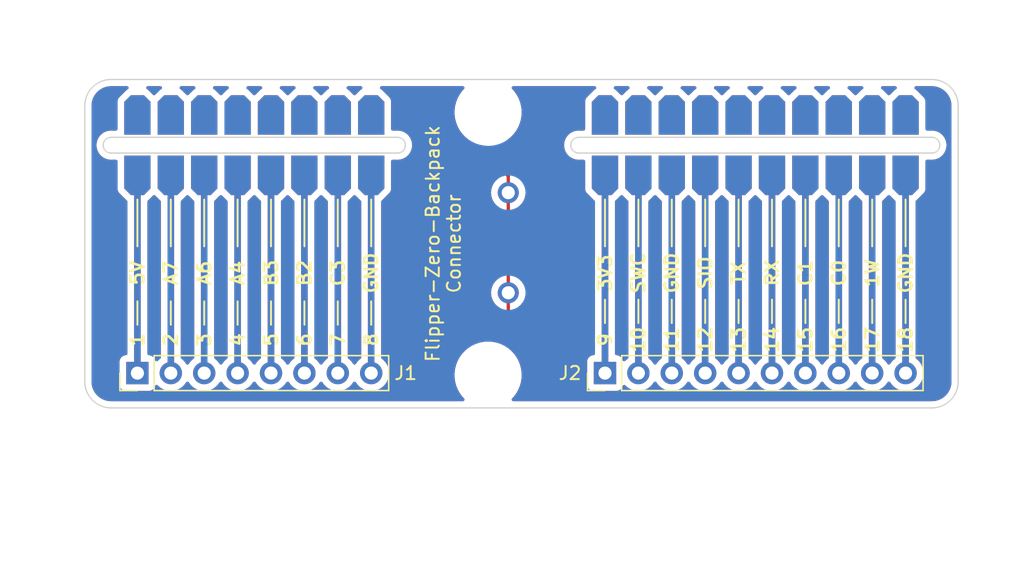
<source format=kicad_pcb>
(kicad_pcb (version 20211014) (generator pcbnew)
  (layers (0 "F.Cu" signal) (31 "B.Cu" signal) (34 "B.Paste" user) (35 "F.Paste" user) (36 "B.SilkS" user "B.Silkscreen") (37 "F.SilkS" user "F.Silkscreen") (38 "B.Mask" user) (39 "F.Mask" user) (44 "Edge.Cuts" user))
  (net 0 "")
  (net 1 "Net-(J1-Pad1)")
  (net 2 "Net-(J1-Pad2)")
  (net 3 "Net-(J1-Pad3)")
  (net 4 "Net-(J1-Pad4)")
  (net 5 "Net-(J1-Pad5)")
  (net 6 "Net-(J1-Pad6)")
  (net 7 "Net-(J1-Pad7)")
  (net 8 "Net-(J1-Pad8)")
  (net 9 "Net-(J2-Pad1)")
  (net 10 "Net-(J2-Pad2)")
  (net 11 "Net-(J2-Pad3)")
  (net 12 "Net-(J2-Pad4)")
  (net 13 "Net-(J2-Pad5)")
  (net 14 "Net-(J2-Pad6)")
  (net 15 "Net-(J2-Pad7)")
  (net 16 "Net-(J2-Pad8)")
  (net 17 "Net-(J2-Pad9)")
  (net 18 "Net-(J2-Pad10)")
  (footprint "MeineBib:Board-Board-1mmSlot-2,54mm" (layer "F.Cu") (at 108.585 88.187)
    (fp_text reference "J5" hide)
    (fp_text value "Conn_01x01" hide)
    (pad "1" smd roundrect (at 0 2.3) (size 2 3) (layers "B.Cu" "B.Paste" "B.Mask") (roundrect_rratio 0) (chamfer_ratio 0.25) (chamfer bottom_left bottom_right) (net 3 "Net-(J1-Pad3)"))
    (pad "1" smd roundrect (at 0 2.3) (size 2 3) (layers "F.Cu" "F.Paste" "F.Mask") (roundrect_rratio 0) (chamfer_ratio 0.25) (chamfer bottom_left bottom_right) (net 3 "Net-(J1-Pad3)"))
    (pad "NC" smd roundrect (at 0 -2.3) (size 2 3) (layers "F.Cu" "F.Paste" "F.Mask") (roundrect_rratio 0) (chamfer_ratio 0.25) (chamfer top_left top_right))
    (pad "NC" smd roundrect (at 0 -2.3) (size 2 3) (layers "B.Cu" "B.Paste" "B.Mask") (roundrect_rratio 0) (chamfer_ratio 0.25) (chamfer top_left top_right))
  )
  (footprint "MeineBib:Board-Board-1mmSlot-2,54mm" (layer "F.Cu") (at 121.285 88.187)
    (fp_text reference "J10" hide)
    (fp_text value "Conn_01x01" hide)
    (pad "1" smd roundrect (at 0 2.3) (size 2 3) (layers "F.Cu" "F.Paste" "F.Mask") (roundrect_rratio 0) (chamfer_ratio 0.25) (chamfer bottom_left bottom_right) (net 8 "Net-(J1-Pad8)"))
    (pad "1" smd roundrect (at 0 2.3) (size 2 3) (layers "B.Cu" "B.Paste" "B.Mask") (roundrect_rratio 0) (chamfer_ratio 0.25) (chamfer bottom_left bottom_right) (net 8 "Net-(J1-Pad8)"))
    (pad "NC" smd roundrect (at 0 -2.3) (size 2 3) (layers "B.Cu" "B.Paste" "B.Mask") (roundrect_rratio 0) (chamfer_ratio 0.25) (chamfer top_left top_right))
    (pad "NC" smd roundrect (at 0 -2.3) (size 2 3) (layers "F.Cu" "F.Paste" "F.Mask") (roundrect_rratio 0) (chamfer_ratio 0.25) (chamfer top_left top_right))
  )
  (footprint "MeineBib:Board-Board-1mmSlot-2,54mm" (layer "F.Cu") (at 144.145 88.187)
    (fp_text reference "J13" hide)
    (fp_text value "Conn_01x01" hide)
    (pad "1" smd roundrect (at 0 2.3) (size 2 3) (layers "B.Cu" "B.Paste" "B.Mask") (roundrect_rratio 0) (chamfer_ratio 0.25) (chamfer bottom_left bottom_right) (net 11 "Net-(J2-Pad3)"))
    (pad "1" smd roundrect (at 0 2.3) (size 2 3) (layers "F.Cu" "F.Paste" "F.Mask") (roundrect_rratio 0) (chamfer_ratio 0.25) (chamfer bottom_left bottom_right) (net 11 "Net-(J2-Pad3)"))
    (pad "NC" smd roundrect (at 0 -2.3) (size 2 3) (layers "B.Cu" "B.Paste" "B.Mask") (roundrect_rratio 0) (chamfer_ratio 0.25) (chamfer top_left top_right))
    (pad "NC" smd roundrect (at 0 -2.3) (size 2 3) (layers "F.Cu" "F.Paste" "F.Mask") (roundrect_rratio 0) (chamfer_ratio 0.25) (chamfer top_left top_right))
  )
  (footprint "MeineBib:Board-Board-1mmSlot-2,54mm" (layer "F.Cu") (at 111.125 88.187)
    (fp_text reference "J6" hide)
    (fp_text value "Conn_01x01" hide)
    (pad "1" smd roundrect (at 0 2.3) (size 2 3) (layers "F.Cu" "F.Paste" "F.Mask") (roundrect_rratio 0) (chamfer_ratio 0.25) (chamfer bottom_left bottom_right) (net 4 "Net-(J1-Pad4)"))
    (pad "1" smd roundrect (at 0 2.3) (size 2 3) (layers "B.Cu" "B.Paste" "B.Mask") (roundrect_rratio 0) (chamfer_ratio 0.25) (chamfer bottom_left bottom_right) (net 4 "Net-(J1-Pad4)"))
    (pad "NC" smd roundrect (at 0 -2.3) (size 2 3) (layers "B.Cu" "B.Paste" "B.Mask") (roundrect_rratio 0) (chamfer_ratio 0.25) (chamfer top_left top_right))
    (pad "NC" smd roundrect (at 0 -2.3) (size 2 3) (layers "F.Cu" "F.Paste" "F.Mask") (roundrect_rratio 0) (chamfer_ratio 0.25) (chamfer top_left top_right))
  )
  (footprint "MeineBib:Board-Board-1mmSlot-2,54mm" (layer "F.Cu") (at 149.225 88.187)
    (fp_text reference "J15" hide)
    (fp_text value "Conn_01x01" hide)
    (pad "1" smd roundrect (at 0 2.3) (size 2 3) (layers "B.Cu" "B.Paste" "B.Mask") (roundrect_rratio 0) (chamfer_ratio 0.25) (chamfer bottom_left bottom_right) (net 13 "Net-(J2-Pad5)"))
    (pad "1" smd roundrect (at 0 2.3) (size 2 3) (layers "F.Cu" "F.Paste" "F.Mask") (roundrect_rratio 0) (chamfer_ratio 0.25) (chamfer bottom_left bottom_right) (net 13 "Net-(J2-Pad5)"))
    (pad "NC" smd roundrect (at 0 -2.3) (size 2 3) (layers "F.Cu" "F.Paste" "F.Mask") (roundrect_rratio 0) (chamfer_ratio 0.25) (chamfer top_left top_right))
    (pad "NC" smd roundrect (at 0 -2.3) (size 2 3) (layers "B.Cu" "B.Paste" "B.Mask") (roundrect_rratio 0) (chamfer_ratio 0.25) (chamfer top_left top_right))
  )
  (footprint "MeineBib:Board-Board-1mmSlot-2,54mm" (layer "F.Cu") (at 106.045 88.187)
    (fp_text reference "J4" hide)
    (fp_text value "Conn_01x01" hide)
    (pad "1" smd roundrect (at 0 2.3) (size 2 3) (layers "B.Cu" "B.Paste" "B.Mask") (roundrect_rratio 0) (chamfer_ratio 0.25) (chamfer bottom_left bottom_right) (net 2 "Net-(J1-Pad2)"))
    (pad "1" smd roundrect (at 0 2.3) (size 2 3) (layers "F.Cu" "F.Paste" "F.Mask") (roundrect_rratio 0) (chamfer_ratio 0.25) (chamfer bottom_left bottom_right) (net 2 "Net-(J1-Pad2)"))
    (pad "NC" smd roundrect (at 0 -2.3) (size 2 3) (layers "F.Cu" "F.Paste" "F.Mask") (roundrect_rratio 0) (chamfer_ratio 0.25) (chamfer top_left top_right))
    (pad "NC" smd roundrect (at 0 -2.3) (size 2 3) (layers "B.Cu" "B.Paste" "B.Mask") (roundrect_rratio 0) (chamfer_ratio 0.25) (chamfer top_left top_right))
  )
  (footprint "MeineBib:Board-Board-1mmSlot-2,54mm" (layer "F.Cu") (at 116.205 88.187)
    (fp_text reference "J8" hide)
    (fp_text value "Conn_01x01" hide)
    (pad "1" smd roundrect (at 0 2.3) (size 2 3) (layers "B.Cu" "B.Paste" "B.Mask") (roundrect_rratio 0) (chamfer_ratio 0.25) (chamfer bottom_left bottom_right) (net 6 "Net-(J1-Pad6)"))
    (pad "1" smd roundrect (at 0 2.3) (size 2 3) (layers "F.Cu" "F.Paste" "F.Mask") (roundrect_rratio 0) (chamfer_ratio 0.25) (chamfer bottom_left bottom_right) (net 6 "Net-(J1-Pad6)"))
    (pad "NC" smd roundrect (at 0 -2.3) (size 2 3) (layers "F.Cu" "F.Paste" "F.Mask") (roundrect_rratio 0) (chamfer_ratio 0.25) (chamfer top_left top_right))
    (pad "NC" smd roundrect (at 0 -2.3) (size 2 3) (layers "B.Cu" "B.Paste" "B.Mask") (roundrect_rratio 0) (chamfer_ratio 0.25) (chamfer top_left top_right))
  )
  (footprint "MeineBib:Board-Board-1mmSlot-2,54mm" (layer "F.Cu") (at 139.065 88.187)
    (fp_text reference "J11" hide)
    (fp_text value "Conn_01x01" hide)
    (pad "1" smd roundrect (at 0 2.3) (size 2 3) (layers "F.Cu" "F.Paste" "F.Mask") (roundrect_rratio 0) (chamfer_ratio 0.25) (chamfer bottom_left bottom_right) (net 9 "Net-(J2-Pad1)"))
    (pad "1" smd roundrect (at 0 2.3) (size 2 3) (layers "B.Cu" "B.Paste" "B.Mask") (roundrect_rratio 0) (chamfer_ratio 0.25) (chamfer bottom_left bottom_right) (net 9 "Net-(J2-Pad1)"))
    (pad "NC" smd roundrect (at 0 -2.3) (size 2 3) (layers "F.Cu" "F.Paste" "F.Mask") (roundrect_rratio 0) (chamfer_ratio 0.25) (chamfer top_left top_right))
    (pad "NC" smd roundrect (at 0 -2.3) (size 2 3) (layers "B.Cu" "B.Paste" "B.Mask") (roundrect_rratio 0) (chamfer_ratio 0.25) (chamfer top_left top_right))
  )
  (footprint "MeineBib:Board-Board-1mmSlot-2,54mm" (layer "F.Cu") (at 141.605 88.187)
    (fp_text reference "J12" hide)
    (fp_text value "Conn_01x01" hide)
    (pad "1" smd roundrect (at 0 2.3) (size 2 3) (layers "F.Cu" "F.Paste" "F.Mask") (roundrect_rratio 0) (chamfer_ratio 0.25) (chamfer bottom_left bottom_right) (net 10 "Net-(J2-Pad2)"))
    (pad "1" smd roundrect (at 0 2.3) (size 2 3) (layers "B.Cu" "B.Paste" "B.Mask") (roundrect_rratio 0) (chamfer_ratio 0.25) (chamfer bottom_left bottom_right) (net 10 "Net-(J2-Pad2)"))
    (pad "NC" smd roundrect (at 0 -2.3) (size 2 3) (layers "F.Cu" "F.Paste" "F.Mask") (roundrect_rratio 0) (chamfer_ratio 0.25) (chamfer top_left top_right))
    (pad "NC" smd roundrect (at 0 -2.3) (size 2 3) (layers "B.Cu" "B.Paste" "B.Mask") (roundrect_rratio 0) (chamfer_ratio 0.25) (chamfer top_left top_right))
  )
  (footprint "Connector_PinHeader_2.54mm:PinHeader_1x10_P2.54mm_Vertical" (layer "F.Cu") (at 139.065 105.537 90)
    (fp_text reference "J2" (at 0 -2.66 180) (layer "F.SilkS"))
    (fp_text value "Conn_01x10_Male" hide)
    (fp_line (start -1.33 -1.33) (end 0 -1.33) (layer "F.SilkS") (width 0.12))
    (fp_line (start -1.33 24.19) (end 1.33 24.19) (layer "F.SilkS") (width 0.12))
    (fp_line (start -1.33 1.27) (end 1.33 1.27) (layer "F.SilkS") (width 0.12))
    (fp_line (start 1.33 1.27) (end 1.33 24.19) (layer "F.SilkS") (width 0.12))
    (fp_line (start -1.33 1.27) (end -1.33 24.19) (layer "F.SilkS") (width 0.12))
    (fp_line (start -1.33 0) (end -1.33 -1.33) (layer "F.SilkS") (width 0.12))
    (pad "1" thru_hole rect (at 0 0 90) (size 1.7 1.7) (drill 1) (layers *.Cu *.Mask) (net 9 "Net-(J2-Pad1)"))
    (pad "2" thru_hole oval (at 0 2.54 90) (size 1.7 1.7) (drill 1) (layers *.Cu *.Mask) (net 10 "Net-(J2-Pad2)"))
    (pad "3" thru_hole oval (at 0 5.08 90) (size 1.7 1.7) (drill 1) (layers *.Cu *.Mask) (net 11 "Net-(J2-Pad3)"))
    (pad "4" thru_hole oval (at 0 7.62 90) (size 1.7 1.7) (drill 1) (layers *.Cu *.Mask) (net 12 "Net-(J2-Pad4)"))
    (pad "5" thru_hole oval (at 0 10.16 90) (size 1.7 1.7) (drill 1) (layers *.Cu *.Mask) (net 13 "Net-(J2-Pad5)"))
    (pad "6" thru_hole oval (at 0 12.7 90) (size 1.7 1.7) (drill 1) (layers *.Cu *.Mask) (net 14 "Net-(J2-Pad6)"))
    (pad "7" thru_hole oval (at 0 15.24 90) (size 1.7 1.7) (drill 1) (layers *.Cu *.Mask) (net 15 "Net-(J2-Pad7)"))
    (pad "8" thru_hole oval (at 0 17.78 90) (size 1.7 1.7) (drill 1) (layers *.Cu *.Mask) (net 16 "Net-(J2-Pad8)"))
    (pad "9" thru_hole oval (at 0 20.32 90) (size 1.7 1.7) (drill 1) (layers *.Cu *.Mask) (net 17 "Net-(J2-Pad9)"))
    (pad "10" thru_hole oval (at 0 22.86 90) (size 1.7 1.7) (drill 1) (layers *.Cu *.Mask) (net 18 "Net-(J2-Pad10)"))
  )
  (footprint "MeineBib:Board-Board-1mmSlot-2,54mm" (layer "F.Cu") (at 156.845 88.187)
    (fp_text reference "J18" hide)
    (fp_text value "Conn_01x01" hide)
    (pad "1" smd roundrect (at 0 2.3) (size 2 3) (layers "B.Cu" "B.Paste" "B.Mask") (roundrect_rratio 0) (chamfer_ratio 0.25) (chamfer bottom_left bottom_right) (net 16 "Net-(J2-Pad8)"))
    (pad "1" smd roundrect (at 0 2.3) (size 2 3) (layers "F.Cu" "F.Paste" "F.Mask") (roundrect_rratio 0) (chamfer_ratio 0.25) (chamfer bottom_left bottom_right) (net 16 "Net-(J2-Pad8)"))
    (pad "NC" smd roundrect (at 0 -2.3) (size 2 3) (layers "F.Cu" "F.Paste" "F.Mask") (roundrect_rratio 0) (chamfer_ratio 0.25) (chamfer top_left top_right))
    (pad "NC" smd roundrect (at 0 -2.3) (size 2 3) (layers "B.Cu" "B.Paste" "B.Mask") (roundrect_rratio 0) (chamfer_ratio 0.25) (chamfer top_left top_right))
  )
  (footprint "MeineBib:Board-Board-1mmSlot-2,54mm" (layer "F.Cu") (at 154.305 88.187)
    (fp_text reference "J17" hide)
    (fp_text value "Conn_01x01" hide)
    (pad "1" smd roundrect (at 0 2.3) (size 2 3) (layers "F.Cu" "F.Paste" "F.Mask") (roundrect_rratio 0) (chamfer_ratio 0.25) (chamfer bottom_left bottom_right) (net 15 "Net-(J2-Pad7)"))
    (pad "1" smd roundrect (at 0 2.3) (size 2 3) (layers "B.Cu" "B.Paste" "B.Mask") (roundrect_rratio 0) (chamfer_ratio 0.25) (chamfer bottom_left bottom_right) (net 15 "Net-(J2-Pad7)"))
    (pad "NC" smd roundrect (at 0 -2.3) (size 2 3) (layers "B.Cu" "B.Paste" "B.Mask") (roundrect_rratio 0) (chamfer_ratio 0.25) (chamfer top_left top_right))
    (pad "NC" smd roundrect (at 0 -2.3) (size 2 3) (layers "F.Cu" "F.Paste" "F.Mask") (roundrect_rratio 0) (chamfer_ratio 0.25) (chamfer top_left top_right))
  )
  (footprint "MeineBib:Board-Board-1mmSlot-2,54mm" (layer "F.Cu") (at 161.925 88.187)
    (fp_text reference "J20" hide)
    (fp_text value "Conn_01x01" hide)
    (pad "1" smd roundrect (at 0 2.3) (size 2 3) (layers "B.Cu" "B.Paste" "B.Mask") (roundrect_rratio 0) (chamfer_ratio 0.25) (chamfer bottom_left bottom_right) (net 18 "Net-(J2-Pad10)"))
    (pad "1" smd roundrect (at 0 2.3) (size 2 3) (layers "F.Cu" "F.Paste" "F.Mask") (roundrect_rratio 0) (chamfer_ratio 0.25) (chamfer bottom_left bottom_right) (net 18 "Net-(J2-Pad10)"))
    (pad "NC" smd roundrect (at 0 -2.3) (size 2 3) (layers "F.Cu" "F.Paste" "F.Mask") (roundrect_rratio 0) (chamfer_ratio 0.25) (chamfer top_left top_right))
    (pad "NC" smd roundrect (at 0 -2.3) (size 2 3) (layers "B.Cu" "B.Paste" "B.Mask") (roundrect_rratio 0) (chamfer_ratio 0.25) (chamfer top_left top_right))
  )
  (footprint "MeineBib:Board-Board-1mmSlot-2,54mm" (layer "F.Cu") (at 118.745 88.187)
    (fp_text reference "J9" hide)
    (fp_text value "Conn_01x01" hide)
    (pad "1" smd roundrect (at 0 2.3) (size 2 3) (layers "F.Cu" "F.Paste" "F.Mask") (roundrect_rratio 0) (chamfer_ratio 0.25) (chamfer bottom_left bottom_right) (net 7 "Net-(J1-Pad7)"))
    (pad "1" smd roundrect (at 0 2.3) (size 2 3) (layers "B.Cu" "B.Paste" "B.Mask") (roundrect_rratio 0) (chamfer_ratio 0.25) (chamfer bottom_left bottom_right) (net 7 "Net-(J1-Pad7)"))
    (pad "NC" smd roundrect (at 0 -2.3) (size 2 3) (layers "F.Cu" "F.Paste" "F.Mask") (roundrect_rratio 0) (chamfer_ratio 0.25) (chamfer top_left top_right))
    (pad "NC" smd roundrect (at 0 -2.3) (size 2 3) (layers "B.Cu" "B.Paste" "B.Mask") (roundrect_rratio 0) (chamfer_ratio 0.25) (chamfer top_left top_right))
  )
  (footprint "MeineBib:EigenesMountingHole_2.6mm_M2.5_Small" (layer "F.Cu") (at 130.175 105.587)
    (fp_text reference "MK2" hide)
    (fp_text value "Mounting_Hole" hide)
    (pad "" np_thru_hole circle (at 0 0.1) (size 2.6 2.6) (drill 2.6) (layers F&B.Cu *.Mask) (clearance 1.25))
  )
  (footprint "MeineBib:Board-Board-1mmSlot-2,54mm" (layer "F.Cu") (at 159.385 88.187)
    (fp_text reference "J19" hide)
    (fp_text value "Conn_01x01" hide)
    (pad "1" smd roundrect (at 0 2.3) (size 2 3) (layers "B.Cu" "B.Paste" "B.Mask") (roundrect_rratio 0) (chamfer_ratio 0.25) (chamfer bottom_left bottom_right) (net 17 "Net-(J2-Pad9)"))
    (pad "1" smd roundrect (at 0 2.3) (size 2 3) (layers "F.Cu" "F.Paste" "F.Mask") (roundrect_rratio 0) (chamfer_ratio 0.25) (chamfer bottom_left bottom_right) (net 17 "Net-(J2-Pad9)"))
    (pad "NC" smd roundrect (at 0 -2.3) (size 2 3) (layers "F.Cu" "F.Paste" "F.Mask") (roundrect_rratio 0) (chamfer_ratio 0.25) (chamfer top_left top_right))
    (pad "NC" smd roundrect (at 0 -2.3) (size 2 3) (layers "B.Cu" "B.Paste" "B.Mask") (roundrect_rratio 0) (chamfer_ratio 0.25) (chamfer top_left top_right))
  )
  (footprint "MeineBib:Board-Board-1mmSlot-2,54mm" (layer "F.Cu") (at 151.765 88.187)
    (fp_text reference "J16" hide)
    (fp_text value "Conn_01x01" hide)
    (pad "1" smd roundrect (at 0 2.3) (size 2 3) (layers "F.Cu" "F.Paste" "F.Mask") (roundrect_rratio 0) (chamfer_ratio 0.25) (chamfer bottom_left bottom_right) (net 14 "Net-(J2-Pad6)"))
    (pad "1" smd roundrect (at 0 2.3) (size 2 3) (layers "B.Cu" "B.Paste" "B.Mask") (roundrect_rratio 0) (chamfer_ratio 0.25) (chamfer bottom_left bottom_right) (net 14 "Net-(J2-Pad6)"))
    (pad "NC" smd roundrect (at 0 -2.3) (size 2 3) (layers "B.Cu" "B.Paste" "B.Mask") (roundrect_rratio 0) (chamfer_ratio 0.25) (chamfer top_left top_right))
    (pad "NC" smd roundrect (at 0 -2.3) (size 2 3) (layers "F.Cu" "F.Paste" "F.Mask") (roundrect_rratio 0) (chamfer_ratio 0.25) (chamfer top_left top_right))
  )
  (footprint "Connector_PinHeader_2.54mm:PinHeader_1x08_P2.54mm_Vertical" (layer "F.Cu") (at 103.505 105.537 90)
    (fp_text reference "J1" (at 0 20.4 180) (layer "F.SilkS"))
    (fp_text value "Conn_01x08_Male" hide)
    (fp_line (start -1.33 1.27) (end 1.33 1.27) (layer "F.SilkS") (width 0.12))
    (fp_line (start 1.33 1.27) (end 1.33 19.11) (layer "F.SilkS") (width 0.12))
    (fp_line (start -1.33 0) (end -1.33 -1.33) (layer "F.SilkS") (width 0.12))
    (fp_line (start -1.33 -1.33) (end 0 -1.33) (layer "F.SilkS") (width 0.12))
    (fp_line (start -1.33 19.11) (end 1.33 19.11) (layer "F.SilkS") (width 0.12))
    (fp_line (start -1.33 1.27) (end -1.33 19.11) (layer "F.SilkS") (width 0.12))
    (pad "1" thru_hole rect (at 0 0 90) (size 1.7 1.7) (drill 1) (layers *.Cu *.Mask) (net 1 "Net-(J1-Pad1)"))
    (pad "2" thru_hole oval (at 0 2.54 90) (size 1.7 1.7) (drill 1) (layers *.Cu *.Mask) (net 2 "Net-(J1-Pad2)"))
    (pad "3" thru_hole oval (at 0 5.08 90) (size 1.7 1.7) (drill 1) (layers *.Cu *.Mask) (net 3 "Net-(J1-Pad3)"))
    (pad "4" thru_hole oval (at 0 7.62 90) (size 1.7 1.7) (drill 1) (layers *.Cu *.Mask) (net 4 "Net-(J1-Pad4)"))
    (pad "5" thru_hole oval (at 0 10.16 90) (size 1.7 1.7) (drill 1) (layers *.Cu *.Mask) (net 5 "Net-(J1-Pad5)"))
    (pad "6" thru_hole oval (at 0 12.7 90) (size 1.7 1.7) (drill 1) (layers *.Cu *.Mask) (net 6 "Net-(J1-Pad6)"))
    (pad "7" thru_hole oval (at 0 15.24 90) (size 1.7 1.7) (drill 1) (layers *.Cu *.Mask) (net 7 "Net-(J1-Pad7)"))
    (pad "8" thru_hole oval (at 0 17.78 90) (size 1.7 1.7) (drill 1) (layers *.Cu *.Mask) (net 8 "Net-(J1-Pad8)"))
  )
  (footprint "MeineBib:Board-Board-1mmSlot-2,54mm" (layer "F.Cu") (at 146.685 88.187)
    (fp_text reference "J14" hide)
    (fp_text value "Conn_01x01" hide)
    (pad "1" smd roundrect (at 0 2.3) (size 2 3) (layers "F.Cu" "F.Paste" "F.Mask") (roundrect_rratio 0) (chamfer_ratio 0.25) (chamfer bottom_left bottom_right) (net 12 "Net-(J2-Pad4)"))
    (pad "1" smd roundrect (at 0 2.3) (size 2 3) (layers "B.Cu" "B.Paste" "B.Mask") (roundrect_rratio 0) (chamfer_ratio 0.25) (chamfer bottom_left bottom_right) (net 12 "Net-(J2-Pad4)"))
    (pad "NC" smd roundrect (at 0 -2.3) (size 2 3) (layers "F.Cu" "F.Paste" "F.Mask") (roundrect_rratio 0) (chamfer_ratio 0.25) (chamfer top_left top_right))
    (pad "NC" smd roundrect (at 0 -2.3) (size 2 3) (layers "B.Cu" "B.Paste" "B.Mask") (roundrect_rratio 0) (chamfer_ratio 0.25) (chamfer top_left top_right))
  )
  (footprint "MeineBib:EigenesMountingHole_2.6mm_M2.5_Small" (layer "F.Cu") (at 130.175 85.687)
    (fp_text reference "MK2" hide)
    (fp_text value "Mounting_Hole" hide)
    (pad "" np_thru_hole circle (at 0 0) (size 2.6 2.6) (drill 2.6) (layers F&B.Cu *.Mask) (clearance 1.25))
  )
  (footprint "MeineBib:Binary_6_v0.1_tiny_silk" (layer "F.Cu") (at 132.675 95.587 90)
    (fp_text reference "H7" hide)
    (fp_text value "Symbol_Binary6" hide)
    (fp_text user "Binary-6" (at -2.0654 0.8 90) (layer "F.Cu") (effects (font (size 1.2 1.2) (thickness 0.2))))
    (fp_line (start 7 -1.2192) (end 6.5786 -1.2192) (layer "F.Cu") (width 0.25))
    (fp_line (start 6.5786 -1.2192) (end 3.5306 1.8288) (layer "F.Cu") (width 0.25))
    (fp_line (start -3.8354 -0.9652) (end -1.2954 -0.9652) (layer "F.Cu") (width 0.25))
    (fp_line (start 1.2446 -0.9652) (end 3.7846 -0.9652) (layer "F.Cu") (width 0.25))
    (fp_line (start 6.0706 -1.9812) (end 7 -1.9812) (layer "F.Cu") (width 0.25))
    (fp_line (start 3.5306 1.8288) (end -8.4074 1.8288) (layer "F.Cu") (width 0.25))
    (fp_line (start -5.6134 -0.9652) (end -8.4074 1.8288) (layer "F.Cu") (width 0.25))
    (fp_line (start -8.4074 1.8288) (end -8.8288 1.8288) (layer "F.Cu") (width 0.25))
    (fp_line (start 3.7846 -0.9652) (end 5.0546 -0.9652) (layer "F.Cu") (width 0.25))
    (fp_line (start -3.8354 -0.9652) (end -5.6134 -0.9652) (layer "F.Cu") (width 0.25))
    (fp_line (start 5.0546 -0.9652) (end 6.0706 -1.9812) (layer "F.Cu") (width 0.25))
    (pad "" smd roundrect (at -0.8954 -0.9652 90) (size 0.9 1.8) (layers "F.Cu" "F.Mask"))
    (pad "" thru_hole oval (at 3.7846 -0.9652 90) (size 1.6 1.6) (drill 1) (layers *.Cu *.Mask))
    (pad "" smd roundrect (at 0.8446 -0.9652 90) (size 0.9 1.8) (layers "F.Cu" "F.Mask"))
    (pad "" thru_hole circle (at -3.8354 -0.9652 90) (size 1.6 1.6) (drill 1) (layers *.Cu *.Mask))
  )
  (footprint "MeineBib:Board-Board-1mmSlot-2,54mm" (layer "F.Cu") (at 103.505 88.187)
    (fp_text reference "J3" hide)
    (fp_text value "Conn_01x01" hide)
    (pad "1" smd roundrect (at 0 2.3) (size 2 3) (layers "F.Cu" "F.Paste" "F.Mask") (roundrect_rratio 0) (chamfer_ratio 0.25) (chamfer bottom_left bottom_right) (net 1 "Net-(J1-Pad1)"))
    (pad "1" smd roundrect (at 0 2.3) (size 2 3) (layers "B.Cu" "B.Paste" "B.Mask") (roundrect_rratio 0) (chamfer_ratio 0.25) (chamfer bottom_left bottom_right) (net 1 "Net-(J1-Pad1)"))
    (pad "NC" smd roundrect (at 0 -2.3) (size 2 3) (layers "B.Cu" "B.Paste" "B.Mask") (roundrect_rratio 0) (chamfer_ratio 0.25) (chamfer top_left top_right))
    (pad "NC" smd roundrect (at 0 -2.3) (size 2 3) (layers "F.Cu" "F.Paste" "F.Mask") (roundrect_rratio 0) (chamfer_ratio 0.25) (chamfer top_left top_right))
  )
  (footprint "MeineBib:Board-Board-1mmSlot-2,54mm" (layer "F.Cu") (at 113.665 88.187)
    (fp_text reference "J7" hide)
    (fp_text value "Conn_01x01" hide)
    (pad "1" smd roundrect (at 0 2.3) (size 2 3) (layers "F.Cu" "F.Paste" "F.Mask") (roundrect_rratio 0) (chamfer_ratio 0.25) (chamfer bottom_left bottom_right) (net 5 "Net-(J1-Pad5)"))
    (pad "1" smd roundrect (at 0 2.3) (size 2 3) (layers "B.Cu" "B.Paste" "B.Mask") (roundrect_rratio 0) (chamfer_ratio 0.25) (chamfer bottom_left bottom_right) (net 5 "Net-(J1-Pad5)"))
    (pad "NC" smd roundrect (at 0 -2.3) (size 2 3) (layers "F.Cu" "F.Paste" "F.Mask") (roundrect_rratio 0) (chamfer_ratio 0.25) (chamfer top_left top_right))
    (pad "NC" smd roundrect (at 0 -2.3) (size 2 3) (layers "B.Cu" "B.Paste" "B.Mask") (roundrect_rratio 0) (chamfer_ratio 0.25) (chamfer top_left top_right))
  )
  (gr_line (start 149.225 101.727) (end 149.225 99.949) (layer "F.SilkS") (width 0.15))
  (gr_line (start 118.745 95.885) (end 118.745 92.329) (layer "F.SilkS") (width 0.15))
  (gr_line (start 111.125 101.854) (end 111.125 100.076) (layer "F.SilkS") (width 0.15))
  (gr_line (start 108.585 95.885) (end 108.585 92.329) (layer "F.SilkS") (width 0.15))
  (gr_line (start 141.605 101.727) (end 141.605 99.949) (layer "F.SilkS") (width 0.15))
  (gr_line (start 108.585 101.854) (end 108.585 100.076) (layer "F.SilkS") (width 0.15))
  (gr_line (start 103.505 101.854) (end 103.505 100.076) (layer "F.SilkS") (width 0.15))
  (gr_line (start 161.925 95.885) (end 161.925 92.329) (layer "F.SilkS") (width 0.15))
  (gr_line (start 113.665 101.854) (end 113.665 100.076) (layer "F.SilkS") (width 0.15))
  (gr_line (start 121.285 95.885) (end 121.285 92.329) (layer "F.SilkS") (width 0.15))
  (gr_line (start 156.845 101.727) (end 156.845 99.949) (layer "F.SilkS") (width 0.15))
  (gr_line (start 139.065 101.727) (end 139.065 99.949) (layer "F.SilkS") (width 0.15))
  (gr_line (start 154.305 95.885) (end 154.305 92.329) (layer "F.SilkS") (width 0.15))
  (gr_line (start 111.125 95.885) (end 111.125 92.329) (layer "F.SilkS") (width 0.15))
  (gr_line (start 146.685 101.727) (end 146.685 99.949) (layer "F.SilkS") (width 0.15))
  (gr_line (start 144.145 95.885) (end 144.145 92.329) (layer "F.SilkS") (width 0.15))
  (gr_line (start 156.845 95.885) (end 156.845 92.329) (layer "F.SilkS") (width 0.15))
  (gr_line (start 151.765 101.727) (end 151.765 99.949) (layer "F.SilkS") (width 0.15))
  (gr_line (start 116.205 95.885) (end 116.205 92.329) (layer "F.SilkS") (width 0.15))
  (gr_line (start 159.385 95.885) (end 159.385 92.329) (layer "F.SilkS") (width 0.15))
  (gr_line (start 116.205 101.854) (end 116.205 100.076) (layer "F.SilkS") (width 0.15))
  (gr_line (start 121.285 101.854) (end 121.285 100.076) (layer "F.SilkS") (width 0.15))
  (gr_line (start 141.605 95.885) (end 141.605 92.329) (layer "F.SilkS") (width 0.15))
  (gr_line (start 146.685 95.885) (end 146.685 92.329) (layer "F.SilkS") (width 0.15))
  (gr_line (start 149.225 95.885) (end 149.225 92.329) (layer "F.SilkS") (width 0.15))
  (gr_line (start 144.145 101.727) (end 144.145 99.949) (layer "F.SilkS") (width 0.15))
  (gr_line (start 118.745 101.854) (end 118.745 100.076) (layer "F.SilkS") (width 0.15))
  (gr_line (start 159.385 101.727) (end 159.385 99.949) (layer "F.SilkS") (width 0.15))
  (gr_line (start 154.305 101.727) (end 154.305 99.949) (layer "F.SilkS") (width 0.15))
  (gr_line (start 151.765 95.885) (end 151.765 92.329) (layer "F.SilkS") (width 0.15))
  (gr_line (start 139.065 95.885) (end 139.065 92.329) (layer "F.SilkS") (width 0.15))
  (gr_line (start 103.505 95.885) (end 103.505 92.329) (layer "F.SilkS") (width 0.15))
  (gr_line (start 106.045 95.885) (end 106.045 92.329) (layer "F.SilkS") (width 0.15))
  (gr_line (start 113.665 95.885) (end 113.665 92.329) (layer "F.SilkS") (width 0.15))
  (gr_line (start 161.925 101.727) (end 161.925 99.949) (layer "F.SilkS") (width 0.15))
  (gr_line (start 106.045 101.854) (end 106.045 100.076) (layer "F.SilkS") (width 0.15))
  (gr_line (start 101.505 83.187) (end 163.925 83.187) (layer "Edge.Cuts") (width 0.1))
  (gr_line (start 101.505 88.787) (end 123.285 88.787) (layer "Edge.Cuts") (width 0.1))
  (gr_arc (start 101.505 108.187) (mid 100.090786 107.601214) (end 99.505 106.187) (layer "Edge.Cuts") (width 0.1))
  (gr_arc (start 137.065 88.787) (mid 136.465 88.187) (end 137.065 87.587) (layer "Edge.Cuts") (width 0.1))
  (gr_line (start 99.505 106.187) (end 99.505 85.187) (layer "Edge.Cuts") (width 0.1))
  (gr_line (start 163.925 88.787) (end 137.065 88.787) (layer "Edge.Cuts") (width 0.1))
  (gr_arc (start 101.505 88.787) (mid 100.905 88.187) (end 101.505 87.587) (layer "Edge.Cuts") (width 0.1))
  (gr_line (start 165.925 85.187) (end 165.925 106.187) (layer "Edge.Cuts") (width 0.1))
  (gr_line (start 163.925 108.187) (end 101.505 108.187) (layer "Edge.Cuts") (width 0.1))
  (gr_arc (start 163.925 83.187) (mid 165.339214 83.772786) (end 165.925 85.187) (layer "Edge.Cuts") (width 0.1))
  (gr_line (start 137.065 87.587) (end 163.925 87.587) (layer "Edge.Cuts") (width 0.1))
  (gr_arc (start 165.925 106.187) (mid 165.339214 107.601214) (end 163.925 108.187) (layer "Edge.Cuts") (width 0.1))
  (gr_arc (start 123.285 87.587) (mid 123.885 88.187) (end 123.285 88.787) (layer "Edge.Cuts") (width 0.1))
  (gr_arc (start 163.925 87.587) (mid 164.525 88.187) (end 163.925 88.787) (layer "Edge.Cuts") (width 0.1))
  (gr_line (start 101.505 87.587) (end 123.285 87.587) (layer "Edge.Cuts") (width 0.1))
  (gr_arc (start 99.505 85.187) (mid 100.090786 83.772786) (end 101.505 83.187) (layer "Edge.Cuts") (width 0.1))
  (gr_text "12" (at 146.685 102.997 90) (layer "F.SilkS") (effects (font (size 1 1) (thickness 0.2))))
  (gr_text "1" (at 103.505 102.997 90) (layer "F.SilkS") (effects (font (size 1 1) (thickness 0.2))))
  (gr_text "B2" (at 116.205 97.917 90) (layer "F.SilkS") (effects (font (size 1 1) (thickness 0.2))))
  (gr_text "1W" (at 159.385 97.917 90) (layer "F.SilkS") (effects (font (size 1 1) (thickness 0.2))))
  (gr_text "17" (at 159.385 102.997 90) (layer "F.SilkS") (effects (font (size 1 1) (thickness 0.2))))
  (gr_text "A4" (at 111.125 97.917 90) (layer "F.SilkS") (effects (font (size 1 1) (thickness 0.2))))
  (gr_text "Flipper-Zero-Backpack\nConnector" (at 126.775 95.687 90) (layer "F.SilkS") (effects (font (size 1 1))))
  (gr_text "A7" (at 106.045 97.917 90) (layer "F.SilkS") (effects (font (size 1 1) (thickness 0.2))))
  (gr_text "3" (at 108.585 102.997 90) (layer "F.SilkS") (effects (font (size 1 1) (thickness 0.2))))
  (gr_text "GND" (at 144.145 97.917 90) (layer "F.SilkS") (effects (font (size 1 1) (thickness 0.2))))
  (gr_text "15" (at 154.305 102.997 90) (layer "F.SilkS") (effects (font (size 1 1) (thickness 0.2))))
  (gr_text "4" (at 111.125 102.997 90) (layer "F.SilkS") (effects (font (size 1 1) (thickness 0.2))))
  (gr_text "13" (at 149.225 102.997 90) (layer "F.SilkS") (effects (font (size 1 1) (thickness 0.2))))
  (gr_text "5" (at 113.665 102.997 90) (layer "F.SilkS") (effects (font (size 1 1) (thickness 0.2))))
  (gr_text "11" (at 144.145 102.997 90) (layer "F.SilkS") (effects (font (size 1 1) (thickness 0.2))))
  (gr_text "3V3" (at 139.065 97.917 90) (layer "F.SilkS") (effects (font (size 1 1) (thickness 0.2))))
  (gr_text "8" (at 121.285 102.997 90) (layer "F.SilkS") (effects (font (size 1 1) (thickness 0.2))))
  (gr_text "6" (at 116.205 102.997 90) (layer "F.SilkS") (effects (font (size 1 1) (thickness 0.2))))
  (gr_text "16" (at 156.845 102.997 90) (layer "F.SilkS") (effects (font (size 1 1) (thickness 0.2))))
  (gr_text "A6" (at 108.585 97.917 90) (layer "F.SilkS") (effects (font (size 1 1) (thickness 0.2))))
  (gr_text "B3" (at 113.665 97.917 90) (layer "F.SilkS") (effects (font (size 1 1) (thickness 0.2))))
  (gr_text "9" (at 139.065 102.997 90) (layer "F.SilkS") (effects (font (size 1 1) (thickness 0.2))))
  (gr_text "SWC" (at 141.605 97.917 90) (layer "F.SilkS") (effects (font (size 1 1) (thickness 0.2))))
  (gr_text "2" (at 106.045 102.997 90) (layer "F.SilkS") (effects (font (size 1 1) (thickness 0.2))))
  (gr_text "7" (at 118.745 102.997 90) (layer "F.SilkS") (effects (font (size 1 1) (thickness 0.2))))
  (gr_text "5V" (at 103.505 97.917 90) (layer "F.SilkS") (effects (font (size 1 1) (thickness 0.2))))
  (gr_text "18" (at 161.925 102.997 90) (layer "F.SilkS") (effects (font (size 1 1) (thickness 0.2))))
  (gr_text "SIO" (at 146.685 97.917 90) (layer "F.SilkS") (effects (font (size 1 1) (thickness 0.2))))
  (gr_text "C0" (at 156.845 97.917 90) (layer "F.SilkS") (effects (font (size 1 1) (thickness 0.2))))
  (gr_text "C1" (at 154.305 97.917 90) (layer "F.SilkS") (effects (font (size 1 1) (thickness 0.2))))
  (gr_text "RX" (at 151.765 97.917 90) (layer "F.SilkS") (effects (font (size 1 1) (thickness 0.2))))
  (gr_text "C3" (at 118.745 97.917 90) (layer "F.SilkS") (effects (font (size 1 1) (thickness 0.2))))
  (gr_text "TX" (at 149.225 97.917 90) (layer "F.SilkS") (effects (font (size 1 1) (thickness 0.2))))
  (gr_text "GND" (at 121.285 97.917 90) (layer "F.SilkS") (effects (font (size 1 1) (thickness 0.2))))
  (gr_text "10" (at 141.605 102.997 90) (layer "F.SilkS") (effects (font (size 1 1) (thickness 0.2))))
  (gr_text "14" (at 151.765 102.997 90) (layer "F.SilkS") (effects (font (size 1 1) (thickness 0.2))))
  (gr_text "GND" (at 161.925 97.917 90) (layer "F.SilkS") (effects (font (size 1 1) (thickness 0.2))))
  (segment (start 103.505 105.537) (end 103.505 90.987) (width 0.5) (layer "F.Cu") (net 1))
  (segment (start 103.505 105.537) (end 103.505 90.987) (width 0.5) (layer "B.Cu") (net 1))
  (segment (start 106.045 105.537) (end 106.045 90.987) (width 0.5) (layer "F.Cu") (net 2))
  (segment (start 106.045 90.987) (end 106.045 105.537) (width 0.5) (layer "B.Cu") (net 2))
  (segment (start 108.585 90.987) (end 108.585 105.537) (width 0.5) (layer "F.Cu") (net 3))
  (segment (start 108.585 105.537) (end 108.585 90.987) (width 0.5) (layer "B.Cu") (net 3))
  (segment (start 111.125 90.987) (end 111.125 105.537) (width 0.5) (layer "F.Cu") (net 4))
  (segment (start 111.125 90.987) (end 111.125 105.537) (width 0.5) (layer "B.Cu") (net 4))
  (segment (start 113.665 105.537) (end 113.665 90.987) (width 0.5) (layer "F.Cu") (net 5))
  (segment (start 113.665 105.537) (end 113.665 90.987) (width 0.5) (layer "B.Cu") (net 5))
  (segment (start 116.205 105.537) (end 116.205 90.987) (width 0.5) (layer "F.Cu") (net 6))
  (segment (start 116.205 90.987) (end 116.205 105.537) (width 0.5) (layer "B.Cu") (net 6))
  (segment (start 118.745 90.987) (end 118.745 105.537) (width 0.5) (layer "F.Cu") (net 7))
  (segment (start 118.745 105.537) (end 118.745 90.987) (width 0.5) (layer "B.Cu") (net 7))
  (segment (start 121.285 105.537) (end 121.285 90.987) (width 0.5) (layer "F.Cu") (net 8))
  (segment (start 121.285 90.987) (end 121.285 105.537) (width 0.5) (layer "B.Cu") (net 8))
  (segment (start 139.065 90.987) (end 139.065 105.537) (width 0.5) (layer "F.Cu") (net 9))
  (segment (start 139.065 105.537) (end 139.065 90.987) (width 0.5) (layer "B.Cu") (net 9))
  (segment (start 141.605 105.537) (end 141.605 90.987) (width 0.5) (layer "F.Cu") (net 10))
  (segment (start 141.605 90.987) (end 141.605 105.537) (width 0.5) (layer "B.Cu") (net 10))
  (segment (start 144.145 90.987) (end 144.145 105.537) (width 0.5) (layer "F.Cu") (net 11))
  (segment (start 144.145 105.537) (end 144.145 90.987) (width 0.5) (layer "B.Cu") (net 11))
  (segment (start 146.685 105.537) (end 146.685 90.987) (width 0.5) (layer "F.Cu") (net 12))
  (segment (start 146.685 90.987) (end 146.685 105.537) (width 0.5) (layer "B.Cu") (net 12))
  (segment (start 149.225 105.537) (end 149.225 90.987) (width 0.5) (layer "F.Cu") (net 13))
  (segment (start 149.225 105.537) (end 149.225 90.987) (width 0.5) (layer "B.Cu") (net 13))
  (segment (start 151.765 90.987) (end 151.765 105.537) (width 0.5) (layer "F.Cu") (net 14))
  (segment (start 151.765 90.987) (end 151.765 105.537) (width 0.5) (layer "B.Cu") (net 14))
  (segment (start 154.305 105.537) (end 154.305 90.987) (width 0.5) (layer "F.Cu") (net 15))
  (segment (start 154.305 105.537) (end 154.305 90.987) (width 0.5) (layer "B.Cu") (net 15))
  (segment (start 156.845 90.987) (end 156.845 105.537) (width 0.5) (layer "F.Cu") (net 16))
  (segment (start 156.845 90.987) (end 156.845 105.537) (width 0.5) (layer "B.Cu") (net 16))
  (segment (start 159.385 105.537) (end 159.385 90.987) (width 0.5) (layer "F.Cu") (net 17))
  (segment (start 159.385 105.537) (end 159.385 90.987) (width 0.5) (layer "B.Cu") (net 17))
  (segment (start 161.925 90.987) (end 161.925 105.537) (width 0.5) (layer "F.Cu") (net 18))
  (segment (start 161.925 90.987) (end 161.925 105.537) (width 0.5) (layer "B.Cu") (net 18))
  (zone (net 0) (net_name "") (layers F&B.Cu) (connect_pads (clearance 0.508)) (min_thickness 0.254) (fill yes (thermal_gap 0.508) (thermal_bridge_width 0.508))
    (polygon (pts (xy 167.505 110.537) (xy 97.505 110.537) (xy 97.505 81.537) (xy 167.505 81.537)))
  )
)
</source>
